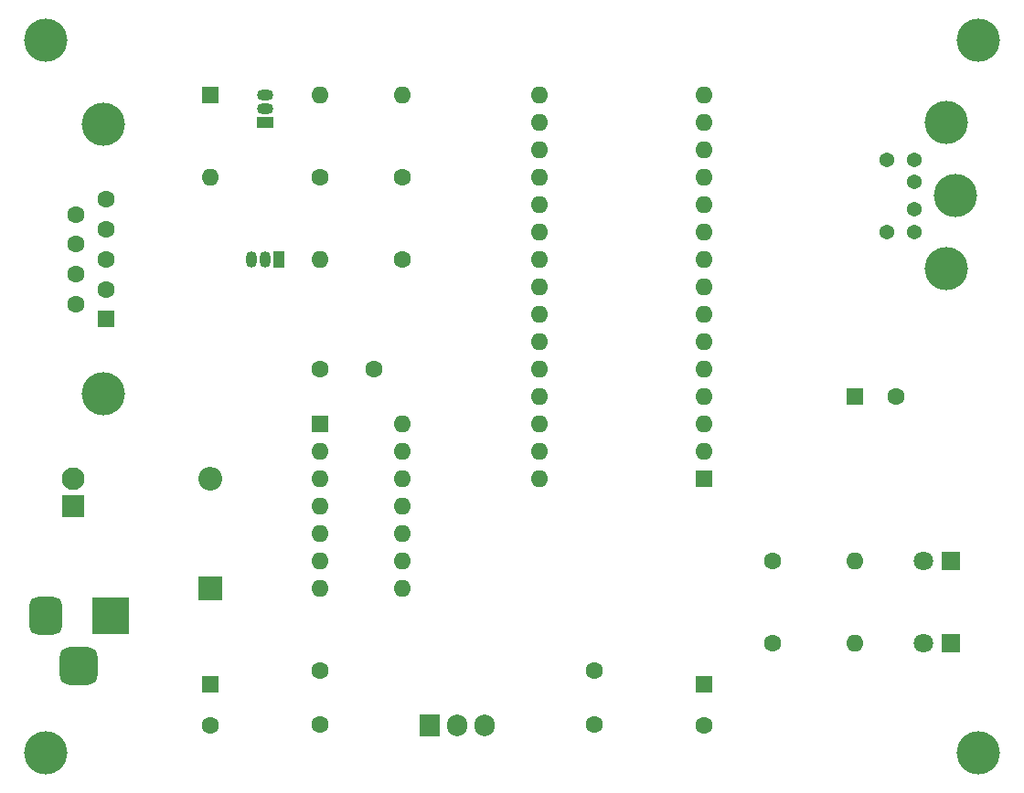
<source format=gbr>
%TF.GenerationSoftware,KiCad,Pcbnew,7.0.6*%
%TF.CreationDate,2023-08-11T08:56:45+02:00*%
%TF.ProjectId,ps2_mouse_to_serial_rev2,7073325f-6d6f-4757-9365-5f746f5f7365,rev?*%
%TF.SameCoordinates,Original*%
%TF.FileFunction,Soldermask,Top*%
%TF.FilePolarity,Negative*%
%FSLAX46Y46*%
G04 Gerber Fmt 4.6, Leading zero omitted, Abs format (unit mm)*
G04 Created by KiCad (PCBNEW 7.0.6) date 2023-08-11 08:56:45*
%MOMM*%
%LPD*%
G01*
G04 APERTURE LIST*
G04 Aperture macros list*
%AMRoundRect*
0 Rectangle with rounded corners*
0 $1 Rounding radius*
0 $2 $3 $4 $5 $6 $7 $8 $9 X,Y pos of 4 corners*
0 Add a 4 corners polygon primitive as box body*
4,1,4,$2,$3,$4,$5,$6,$7,$8,$9,$2,$3,0*
0 Add four circle primitives for the rounded corners*
1,1,$1+$1,$2,$3*
1,1,$1+$1,$4,$5*
1,1,$1+$1,$6,$7*
1,1,$1+$1,$8,$9*
0 Add four rect primitives between the rounded corners*
20,1,$1+$1,$2,$3,$4,$5,0*
20,1,$1+$1,$4,$5,$6,$7,0*
20,1,$1+$1,$6,$7,$8,$9,0*
20,1,$1+$1,$8,$9,$2,$3,0*%
G04 Aperture macros list end*
%ADD10R,3.500000X3.500000*%
%ADD11RoundRect,0.750000X-0.750000X-1.000000X0.750000X-1.000000X0.750000X1.000000X-0.750000X1.000000X0*%
%ADD12RoundRect,0.875000X-0.875000X-0.875000X0.875000X-0.875000X0.875000X0.875000X-0.875000X0.875000X0*%
%ADD13R,1.600000X1.600000*%
%ADD14C,1.600000*%
%ADD15C,4.000500*%
%ADD16R,2.200000X2.200000*%
%ADD17O,2.200000X2.200000*%
%ADD18R,1.800000X1.800000*%
%ADD19C,1.800000*%
%ADD20O,1.600000X1.600000*%
%ADD21R,1.500000X1.050000*%
%ADD22O,1.500000X1.050000*%
%ADD23C,4.000000*%
%ADD24R,1.050000X1.500000*%
%ADD25O,1.050000X1.500000*%
%ADD26R,1.905000X2.000000*%
%ADD27O,1.905000X2.000000*%
%ADD28C,1.371600*%
%ADD29R,2.100000X2.100000*%
%ADD30C,2.100000*%
G04 APERTURE END LIST*
D10*
%TO.C,J1*%
X33940000Y-81280000D03*
D11*
X27940000Y-81280000D03*
D12*
X30940000Y-85980000D03*
%TD*%
D13*
%TO.C,C4*%
X88900000Y-87640000D03*
D14*
X88900000Y-91440000D03*
%TD*%
D15*
%TO.C,*%
X27940000Y-27940000D03*
%TD*%
%TO.C,*%
X114300000Y-93980000D03*
%TD*%
D16*
%TO.C,D1*%
X43180000Y-78740000D03*
D17*
X43180000Y-68580000D03*
%TD*%
D18*
%TO.C,D2*%
X111760000Y-83820000D03*
D19*
X109220000Y-83820000D03*
%TD*%
D13*
%TO.C,U1*%
X53340000Y-63500000D03*
D20*
X53340000Y-66040000D03*
X53340000Y-68580000D03*
X53340000Y-71120000D03*
X53340000Y-73660000D03*
X53340000Y-76200000D03*
X53340000Y-78740000D03*
X60960000Y-78740000D03*
X60960000Y-76200000D03*
X60960000Y-73660000D03*
X60960000Y-71120000D03*
X60960000Y-68580000D03*
X60960000Y-66040000D03*
X60960000Y-63500000D03*
%TD*%
D13*
%TO.C,D3*%
X43180000Y-33020000D03*
D20*
X43180000Y-40640000D03*
%TD*%
D14*
%TO.C,R4*%
X60960000Y-40640000D03*
D20*
X60960000Y-33020000D03*
%TD*%
D14*
%TO.C,C2*%
X53340000Y-86360000D03*
X53340000Y-91360000D03*
%TD*%
%TO.C,R3*%
X53340000Y-40640000D03*
D20*
X53340000Y-33020000D03*
%TD*%
D18*
%TO.C,D4*%
X111760000Y-76200000D03*
D19*
X109220000Y-76200000D03*
%TD*%
D21*
%TO.C,U3*%
X48260000Y-35560000D03*
D22*
X48260000Y-34290000D03*
X48260000Y-33020000D03*
%TD*%
D15*
%TO.C,*%
X27940000Y-93980000D03*
%TD*%
D14*
%TO.C,R2*%
X60960000Y-48260000D03*
D20*
X53340000Y-48260000D03*
%TD*%
D14*
%TO.C,R5*%
X95250000Y-76200000D03*
D20*
X102870000Y-76200000D03*
%TD*%
D15*
%TO.C,*%
X114300000Y-27940000D03*
%TD*%
D14*
%TO.C,C3*%
X78740000Y-86360000D03*
X78740000Y-91360000D03*
%TD*%
D23*
%TO.C,J2*%
X33220331Y-35770000D03*
X33220331Y-60770000D03*
D13*
X33520331Y-53810000D03*
D14*
X33520331Y-51040000D03*
X33520331Y-48270000D03*
X33520331Y-45500000D03*
X33520331Y-42730000D03*
X30680331Y-52425000D03*
X30680331Y-49655000D03*
X30680331Y-46885000D03*
X30680331Y-44115000D03*
%TD*%
D24*
%TO.C,Q1*%
X49530000Y-48260000D03*
D25*
X48260000Y-48260000D03*
X46990000Y-48260000D03*
%TD*%
D13*
%TO.C,A1*%
X88900000Y-68580000D03*
D20*
X88900000Y-66040000D03*
X88900000Y-63500000D03*
X88900000Y-60960000D03*
X88900000Y-58420000D03*
X88900000Y-55880000D03*
X88900000Y-53340000D03*
X88900000Y-50800000D03*
X88900000Y-48260000D03*
X88900000Y-45720000D03*
X88900000Y-43180000D03*
X88900000Y-40640000D03*
X88900000Y-38100000D03*
X88900000Y-35560000D03*
X88900000Y-33020000D03*
X73660000Y-33020000D03*
X73660000Y-35560000D03*
X73660000Y-38100000D03*
X73660000Y-40640000D03*
X73660000Y-43180000D03*
X73660000Y-45720000D03*
X73660000Y-48260000D03*
X73660000Y-50800000D03*
X73660000Y-53340000D03*
X73660000Y-55880000D03*
X73660000Y-58420000D03*
X73660000Y-60960000D03*
X73660000Y-63500000D03*
X73660000Y-66040000D03*
X73660000Y-68580000D03*
%TD*%
D14*
%TO.C,R1*%
X95250000Y-83820000D03*
D20*
X102870000Y-83820000D03*
%TD*%
D26*
%TO.C,U2*%
X63500000Y-91440000D03*
D27*
X66040000Y-91440000D03*
X68580000Y-91440000D03*
%TD*%
D28*
%TO.C,J3*%
X108331000Y-41069260D03*
X108331000Y-43670220D03*
X108331000Y-39019480D03*
X108331000Y-45720000D03*
X105839260Y-39019480D03*
X105839260Y-45720000D03*
D15*
X111330740Y-35610800D03*
X112141000Y-42369740D03*
X111330740Y-49128680D03*
%TD*%
D13*
%TO.C,C1*%
X43180000Y-87640000D03*
D14*
X43180000Y-91440000D03*
%TD*%
D13*
%TO.C,C6*%
X102880000Y-60960000D03*
D14*
X106680000Y-60960000D03*
%TD*%
D29*
%TO.C,SW1*%
X30480000Y-71120000D03*
D30*
X30480000Y-68580000D03*
%TD*%
D14*
%TO.C,C5*%
X58340000Y-58420000D03*
X53340000Y-58420000D03*
%TD*%
M02*

</source>
